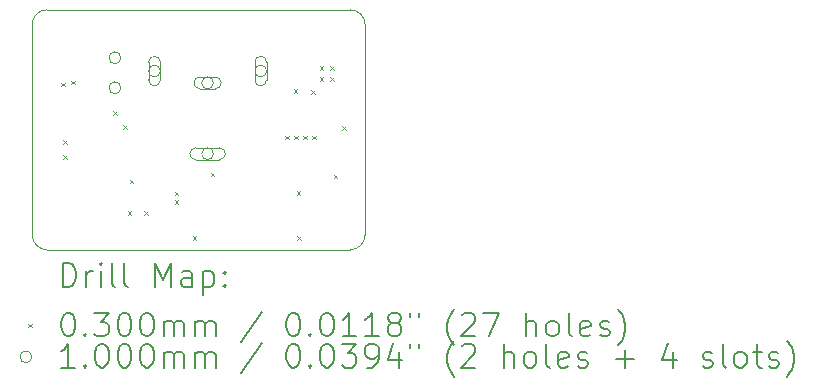
<source format=gbr>
%TF.GenerationSoftware,KiCad,Pcbnew,8.0.4*%
%TF.CreationDate,2024-09-07T16:21:25-07:00*%
%TF.ProjectId,upiez,75706965-7a2e-46b6-9963-61645f706362,rev?*%
%TF.SameCoordinates,Original*%
%TF.FileFunction,Drillmap*%
%TF.FilePolarity,Positive*%
%FSLAX45Y45*%
G04 Gerber Fmt 4.5, Leading zero omitted, Abs format (unit mm)*
G04 Created by KiCad (PCBNEW 8.0.4) date 2024-09-07 16:21:25*
%MOMM*%
%LPD*%
G01*
G04 APERTURE LIST*
%ADD10C,0.050000*%
%ADD11C,0.200000*%
%ADD12C,0.100000*%
G04 APERTURE END LIST*
D10*
X5359400Y-4445000D02*
G75*
G02*
X5232400Y-4572000I-127000J0D01*
G01*
X2540000Y-2971800D02*
X2540000Y-2667000D01*
X5232400Y-2540000D02*
G75*
G02*
X5359400Y-2667000I0J-127000D01*
G01*
X2540000Y-4445000D02*
X2540000Y-2971800D01*
X2667000Y-4572000D02*
G75*
G02*
X2540000Y-4445000I0J127000D01*
G01*
X2667000Y-2540000D02*
X5232400Y-2540000D01*
X2540000Y-2667000D02*
G75*
G02*
X2667000Y-2540000I127000J0D01*
G01*
X5359400Y-2667000D02*
X5359400Y-4445000D01*
X5232400Y-4572000D02*
X2667000Y-4572000D01*
D11*
D12*
X2786620Y-3157460D02*
X2816620Y-3187460D01*
X2816620Y-3157460D02*
X2786620Y-3187460D01*
X2804400Y-3642600D02*
X2834400Y-3672600D01*
X2834400Y-3642600D02*
X2804400Y-3672600D01*
X2804400Y-3769600D02*
X2834400Y-3799600D01*
X2834400Y-3769600D02*
X2804400Y-3799600D01*
X2872430Y-3142770D02*
X2902430Y-3172770D01*
X2902430Y-3142770D02*
X2872430Y-3172770D01*
X3226040Y-3401300D02*
X3256040Y-3431300D01*
X3256040Y-3401300D02*
X3226040Y-3431300D01*
X3312400Y-3515600D02*
X3342400Y-3545600D01*
X3342400Y-3515600D02*
X3312400Y-3545600D01*
X3350500Y-4247120D02*
X3380500Y-4277120D01*
X3380500Y-4247120D02*
X3350500Y-4277120D01*
X3365740Y-3980420D02*
X3395740Y-4010420D01*
X3395740Y-3980420D02*
X3365740Y-4010420D01*
X3490200Y-4243780D02*
X3520200Y-4273780D01*
X3520200Y-4243780D02*
X3490200Y-4273780D01*
X3749280Y-4079480D02*
X3779280Y-4109480D01*
X3779280Y-4079480D02*
X3749280Y-4109480D01*
X3749280Y-4153140D02*
X3779280Y-4183140D01*
X3779280Y-4153140D02*
X3749280Y-4183140D01*
X3901680Y-4455400D02*
X3931680Y-4485400D01*
X3931680Y-4455400D02*
X3901680Y-4485400D01*
X4051540Y-3919460D02*
X4081540Y-3949460D01*
X4081540Y-3919460D02*
X4051540Y-3949460D01*
X4684000Y-3606020D02*
X4714000Y-3636020D01*
X4714000Y-3606020D02*
X4684000Y-3636020D01*
X4754860Y-3212320D02*
X4784860Y-3242320D01*
X4784860Y-3212320D02*
X4754860Y-3242320D01*
X4760200Y-3606020D02*
X4790200Y-3636020D01*
X4790200Y-3606020D02*
X4760200Y-3636020D01*
X4780520Y-4076940D02*
X4810520Y-4106940D01*
X4810520Y-4076940D02*
X4780520Y-4106940D01*
X4785600Y-4455400D02*
X4815600Y-4485400D01*
X4815600Y-4455400D02*
X4785600Y-4485400D01*
X4836400Y-3606020D02*
X4866400Y-3636020D01*
X4866400Y-3606020D02*
X4836400Y-3636020D01*
X4902440Y-3220960D02*
X4932440Y-3250960D01*
X4932440Y-3220960D02*
X4902440Y-3250960D01*
X4912600Y-3606020D02*
X4942600Y-3636020D01*
X4942600Y-3606020D02*
X4912600Y-3636020D01*
X4976100Y-3020300D02*
X5006100Y-3050300D01*
X5006100Y-3020300D02*
X4976100Y-3050300D01*
X4976100Y-3109200D02*
X5006100Y-3139200D01*
X5006100Y-3109200D02*
X4976100Y-3139200D01*
X5065000Y-3020300D02*
X5095000Y-3050300D01*
X5095000Y-3020300D02*
X5065000Y-3050300D01*
X5065000Y-3109200D02*
X5095000Y-3139200D01*
X5095000Y-3109200D02*
X5065000Y-3139200D01*
X5092940Y-3937240D02*
X5122940Y-3967240D01*
X5122940Y-3937240D02*
X5092940Y-3967240D01*
X5164060Y-3528300D02*
X5194060Y-3558300D01*
X5194060Y-3528300D02*
X5164060Y-3558300D01*
X3291040Y-2946400D02*
G75*
G02*
X3191040Y-2946400I-50000J0D01*
G01*
X3191040Y-2946400D02*
G75*
G02*
X3291040Y-2946400I50000J0D01*
G01*
X3291040Y-3200400D02*
G75*
G02*
X3191040Y-3200400I-50000J0D01*
G01*
X3191040Y-3200400D02*
G75*
G02*
X3291040Y-3200400I50000J0D01*
G01*
X3625900Y-3059200D02*
G75*
G02*
X3525900Y-3059200I-50000J0D01*
G01*
X3525900Y-3059200D02*
G75*
G02*
X3625900Y-3059200I50000J0D01*
G01*
X3625900Y-3134200D02*
X3625900Y-2984200D01*
X3525900Y-2984200D02*
G75*
G02*
X3625900Y-2984200I50000J0D01*
G01*
X3525900Y-2984200D02*
X3525900Y-3134200D01*
X3525900Y-3134200D02*
G75*
G03*
X3625900Y-3134200I50000J0D01*
G01*
X4075900Y-3159200D02*
G75*
G02*
X3975900Y-3159200I-50000J0D01*
G01*
X3975900Y-3159200D02*
G75*
G02*
X4075900Y-3159200I50000J0D01*
G01*
X4090900Y-3109200D02*
X3960900Y-3109200D01*
X3960900Y-3209200D02*
G75*
G02*
X3960900Y-3109200I0J50000D01*
G01*
X3960900Y-3209200D02*
X4090900Y-3209200D01*
X4090900Y-3209200D02*
G75*
G03*
X4090900Y-3109200I0J50000D01*
G01*
X4075900Y-3759200D02*
G75*
G02*
X3975900Y-3759200I-50000J0D01*
G01*
X3975900Y-3759200D02*
G75*
G02*
X4075900Y-3759200I50000J0D01*
G01*
X4125900Y-3709200D02*
X3925900Y-3709200D01*
X3925900Y-3809200D02*
G75*
G02*
X3925900Y-3709200I0J50000D01*
G01*
X3925900Y-3809200D02*
X4125900Y-3809200D01*
X4125900Y-3809200D02*
G75*
G03*
X4125900Y-3709200I0J50000D01*
G01*
X4525900Y-3059200D02*
G75*
G02*
X4425900Y-3059200I-50000J0D01*
G01*
X4425900Y-3059200D02*
G75*
G02*
X4525900Y-3059200I50000J0D01*
G01*
X4525900Y-3134200D02*
X4525900Y-2984200D01*
X4425900Y-2984200D02*
G75*
G02*
X4525900Y-2984200I50000J0D01*
G01*
X4425900Y-2984200D02*
X4425900Y-3134200D01*
X4425900Y-3134200D02*
G75*
G03*
X4525900Y-3134200I50000J0D01*
G01*
D11*
X2798277Y-4885984D02*
X2798277Y-4685984D01*
X2798277Y-4685984D02*
X2845896Y-4685984D01*
X2845896Y-4685984D02*
X2874467Y-4695508D01*
X2874467Y-4695508D02*
X2893515Y-4714555D01*
X2893515Y-4714555D02*
X2903039Y-4733603D01*
X2903039Y-4733603D02*
X2912562Y-4771698D01*
X2912562Y-4771698D02*
X2912562Y-4800270D01*
X2912562Y-4800270D02*
X2903039Y-4838365D01*
X2903039Y-4838365D02*
X2893515Y-4857412D01*
X2893515Y-4857412D02*
X2874467Y-4876460D01*
X2874467Y-4876460D02*
X2845896Y-4885984D01*
X2845896Y-4885984D02*
X2798277Y-4885984D01*
X2998277Y-4885984D02*
X2998277Y-4752650D01*
X2998277Y-4790746D02*
X3007801Y-4771698D01*
X3007801Y-4771698D02*
X3017324Y-4762174D01*
X3017324Y-4762174D02*
X3036372Y-4752650D01*
X3036372Y-4752650D02*
X3055420Y-4752650D01*
X3122086Y-4885984D02*
X3122086Y-4752650D01*
X3122086Y-4685984D02*
X3112562Y-4695508D01*
X3112562Y-4695508D02*
X3122086Y-4705031D01*
X3122086Y-4705031D02*
X3131610Y-4695508D01*
X3131610Y-4695508D02*
X3122086Y-4685984D01*
X3122086Y-4685984D02*
X3122086Y-4705031D01*
X3245896Y-4885984D02*
X3226848Y-4876460D01*
X3226848Y-4876460D02*
X3217324Y-4857412D01*
X3217324Y-4857412D02*
X3217324Y-4685984D01*
X3350658Y-4885984D02*
X3331610Y-4876460D01*
X3331610Y-4876460D02*
X3322086Y-4857412D01*
X3322086Y-4857412D02*
X3322086Y-4685984D01*
X3579229Y-4885984D02*
X3579229Y-4685984D01*
X3579229Y-4685984D02*
X3645896Y-4828841D01*
X3645896Y-4828841D02*
X3712562Y-4685984D01*
X3712562Y-4685984D02*
X3712562Y-4885984D01*
X3893515Y-4885984D02*
X3893515Y-4781222D01*
X3893515Y-4781222D02*
X3883991Y-4762174D01*
X3883991Y-4762174D02*
X3864943Y-4752650D01*
X3864943Y-4752650D02*
X3826848Y-4752650D01*
X3826848Y-4752650D02*
X3807801Y-4762174D01*
X3893515Y-4876460D02*
X3874467Y-4885984D01*
X3874467Y-4885984D02*
X3826848Y-4885984D01*
X3826848Y-4885984D02*
X3807801Y-4876460D01*
X3807801Y-4876460D02*
X3798277Y-4857412D01*
X3798277Y-4857412D02*
X3798277Y-4838365D01*
X3798277Y-4838365D02*
X3807801Y-4819317D01*
X3807801Y-4819317D02*
X3826848Y-4809793D01*
X3826848Y-4809793D02*
X3874467Y-4809793D01*
X3874467Y-4809793D02*
X3893515Y-4800270D01*
X3988753Y-4752650D02*
X3988753Y-4952650D01*
X3988753Y-4762174D02*
X4007801Y-4752650D01*
X4007801Y-4752650D02*
X4045896Y-4752650D01*
X4045896Y-4752650D02*
X4064943Y-4762174D01*
X4064943Y-4762174D02*
X4074467Y-4771698D01*
X4074467Y-4771698D02*
X4083991Y-4790746D01*
X4083991Y-4790746D02*
X4083991Y-4847889D01*
X4083991Y-4847889D02*
X4074467Y-4866936D01*
X4074467Y-4866936D02*
X4064943Y-4876460D01*
X4064943Y-4876460D02*
X4045896Y-4885984D01*
X4045896Y-4885984D02*
X4007801Y-4885984D01*
X4007801Y-4885984D02*
X3988753Y-4876460D01*
X4169705Y-4866936D02*
X4179229Y-4876460D01*
X4179229Y-4876460D02*
X4169705Y-4885984D01*
X4169705Y-4885984D02*
X4160182Y-4876460D01*
X4160182Y-4876460D02*
X4169705Y-4866936D01*
X4169705Y-4866936D02*
X4169705Y-4885984D01*
X4169705Y-4762174D02*
X4179229Y-4771698D01*
X4179229Y-4771698D02*
X4169705Y-4781222D01*
X4169705Y-4781222D02*
X4160182Y-4771698D01*
X4160182Y-4771698D02*
X4169705Y-4762174D01*
X4169705Y-4762174D02*
X4169705Y-4781222D01*
D12*
X2507500Y-5199500D02*
X2537500Y-5229500D01*
X2537500Y-5199500D02*
X2507500Y-5229500D01*
D11*
X2836372Y-5105984D02*
X2855420Y-5105984D01*
X2855420Y-5105984D02*
X2874467Y-5115508D01*
X2874467Y-5115508D02*
X2883991Y-5125031D01*
X2883991Y-5125031D02*
X2893515Y-5144079D01*
X2893515Y-5144079D02*
X2903039Y-5182174D01*
X2903039Y-5182174D02*
X2903039Y-5229793D01*
X2903039Y-5229793D02*
X2893515Y-5267889D01*
X2893515Y-5267889D02*
X2883991Y-5286936D01*
X2883991Y-5286936D02*
X2874467Y-5296460D01*
X2874467Y-5296460D02*
X2855420Y-5305984D01*
X2855420Y-5305984D02*
X2836372Y-5305984D01*
X2836372Y-5305984D02*
X2817324Y-5296460D01*
X2817324Y-5296460D02*
X2807801Y-5286936D01*
X2807801Y-5286936D02*
X2798277Y-5267889D01*
X2798277Y-5267889D02*
X2788753Y-5229793D01*
X2788753Y-5229793D02*
X2788753Y-5182174D01*
X2788753Y-5182174D02*
X2798277Y-5144079D01*
X2798277Y-5144079D02*
X2807801Y-5125031D01*
X2807801Y-5125031D02*
X2817324Y-5115508D01*
X2817324Y-5115508D02*
X2836372Y-5105984D01*
X2988753Y-5286936D02*
X2998277Y-5296460D01*
X2998277Y-5296460D02*
X2988753Y-5305984D01*
X2988753Y-5305984D02*
X2979229Y-5296460D01*
X2979229Y-5296460D02*
X2988753Y-5286936D01*
X2988753Y-5286936D02*
X2988753Y-5305984D01*
X3064943Y-5105984D02*
X3188753Y-5105984D01*
X3188753Y-5105984D02*
X3122086Y-5182174D01*
X3122086Y-5182174D02*
X3150658Y-5182174D01*
X3150658Y-5182174D02*
X3169705Y-5191698D01*
X3169705Y-5191698D02*
X3179229Y-5201222D01*
X3179229Y-5201222D02*
X3188753Y-5220270D01*
X3188753Y-5220270D02*
X3188753Y-5267889D01*
X3188753Y-5267889D02*
X3179229Y-5286936D01*
X3179229Y-5286936D02*
X3169705Y-5296460D01*
X3169705Y-5296460D02*
X3150658Y-5305984D01*
X3150658Y-5305984D02*
X3093515Y-5305984D01*
X3093515Y-5305984D02*
X3074467Y-5296460D01*
X3074467Y-5296460D02*
X3064943Y-5286936D01*
X3312562Y-5105984D02*
X3331610Y-5105984D01*
X3331610Y-5105984D02*
X3350658Y-5115508D01*
X3350658Y-5115508D02*
X3360182Y-5125031D01*
X3360182Y-5125031D02*
X3369705Y-5144079D01*
X3369705Y-5144079D02*
X3379229Y-5182174D01*
X3379229Y-5182174D02*
X3379229Y-5229793D01*
X3379229Y-5229793D02*
X3369705Y-5267889D01*
X3369705Y-5267889D02*
X3360182Y-5286936D01*
X3360182Y-5286936D02*
X3350658Y-5296460D01*
X3350658Y-5296460D02*
X3331610Y-5305984D01*
X3331610Y-5305984D02*
X3312562Y-5305984D01*
X3312562Y-5305984D02*
X3293515Y-5296460D01*
X3293515Y-5296460D02*
X3283991Y-5286936D01*
X3283991Y-5286936D02*
X3274467Y-5267889D01*
X3274467Y-5267889D02*
X3264943Y-5229793D01*
X3264943Y-5229793D02*
X3264943Y-5182174D01*
X3264943Y-5182174D02*
X3274467Y-5144079D01*
X3274467Y-5144079D02*
X3283991Y-5125031D01*
X3283991Y-5125031D02*
X3293515Y-5115508D01*
X3293515Y-5115508D02*
X3312562Y-5105984D01*
X3503039Y-5105984D02*
X3522086Y-5105984D01*
X3522086Y-5105984D02*
X3541134Y-5115508D01*
X3541134Y-5115508D02*
X3550658Y-5125031D01*
X3550658Y-5125031D02*
X3560182Y-5144079D01*
X3560182Y-5144079D02*
X3569705Y-5182174D01*
X3569705Y-5182174D02*
X3569705Y-5229793D01*
X3569705Y-5229793D02*
X3560182Y-5267889D01*
X3560182Y-5267889D02*
X3550658Y-5286936D01*
X3550658Y-5286936D02*
X3541134Y-5296460D01*
X3541134Y-5296460D02*
X3522086Y-5305984D01*
X3522086Y-5305984D02*
X3503039Y-5305984D01*
X3503039Y-5305984D02*
X3483991Y-5296460D01*
X3483991Y-5296460D02*
X3474467Y-5286936D01*
X3474467Y-5286936D02*
X3464943Y-5267889D01*
X3464943Y-5267889D02*
X3455420Y-5229793D01*
X3455420Y-5229793D02*
X3455420Y-5182174D01*
X3455420Y-5182174D02*
X3464943Y-5144079D01*
X3464943Y-5144079D02*
X3474467Y-5125031D01*
X3474467Y-5125031D02*
X3483991Y-5115508D01*
X3483991Y-5115508D02*
X3503039Y-5105984D01*
X3655420Y-5305984D02*
X3655420Y-5172650D01*
X3655420Y-5191698D02*
X3664943Y-5182174D01*
X3664943Y-5182174D02*
X3683991Y-5172650D01*
X3683991Y-5172650D02*
X3712563Y-5172650D01*
X3712563Y-5172650D02*
X3731610Y-5182174D01*
X3731610Y-5182174D02*
X3741134Y-5201222D01*
X3741134Y-5201222D02*
X3741134Y-5305984D01*
X3741134Y-5201222D02*
X3750658Y-5182174D01*
X3750658Y-5182174D02*
X3769705Y-5172650D01*
X3769705Y-5172650D02*
X3798277Y-5172650D01*
X3798277Y-5172650D02*
X3817324Y-5182174D01*
X3817324Y-5182174D02*
X3826848Y-5201222D01*
X3826848Y-5201222D02*
X3826848Y-5305984D01*
X3922086Y-5305984D02*
X3922086Y-5172650D01*
X3922086Y-5191698D02*
X3931610Y-5182174D01*
X3931610Y-5182174D02*
X3950658Y-5172650D01*
X3950658Y-5172650D02*
X3979229Y-5172650D01*
X3979229Y-5172650D02*
X3998277Y-5182174D01*
X3998277Y-5182174D02*
X4007801Y-5201222D01*
X4007801Y-5201222D02*
X4007801Y-5305984D01*
X4007801Y-5201222D02*
X4017324Y-5182174D01*
X4017324Y-5182174D02*
X4036372Y-5172650D01*
X4036372Y-5172650D02*
X4064943Y-5172650D01*
X4064943Y-5172650D02*
X4083991Y-5182174D01*
X4083991Y-5182174D02*
X4093515Y-5201222D01*
X4093515Y-5201222D02*
X4093515Y-5305984D01*
X4483991Y-5096460D02*
X4312563Y-5353603D01*
X4741134Y-5105984D02*
X4760182Y-5105984D01*
X4760182Y-5105984D02*
X4779229Y-5115508D01*
X4779229Y-5115508D02*
X4788753Y-5125031D01*
X4788753Y-5125031D02*
X4798277Y-5144079D01*
X4798277Y-5144079D02*
X4807801Y-5182174D01*
X4807801Y-5182174D02*
X4807801Y-5229793D01*
X4807801Y-5229793D02*
X4798277Y-5267889D01*
X4798277Y-5267889D02*
X4788753Y-5286936D01*
X4788753Y-5286936D02*
X4779229Y-5296460D01*
X4779229Y-5296460D02*
X4760182Y-5305984D01*
X4760182Y-5305984D02*
X4741134Y-5305984D01*
X4741134Y-5305984D02*
X4722087Y-5296460D01*
X4722087Y-5296460D02*
X4712563Y-5286936D01*
X4712563Y-5286936D02*
X4703039Y-5267889D01*
X4703039Y-5267889D02*
X4693515Y-5229793D01*
X4693515Y-5229793D02*
X4693515Y-5182174D01*
X4693515Y-5182174D02*
X4703039Y-5144079D01*
X4703039Y-5144079D02*
X4712563Y-5125031D01*
X4712563Y-5125031D02*
X4722087Y-5115508D01*
X4722087Y-5115508D02*
X4741134Y-5105984D01*
X4893515Y-5286936D02*
X4903039Y-5296460D01*
X4903039Y-5296460D02*
X4893515Y-5305984D01*
X4893515Y-5305984D02*
X4883991Y-5296460D01*
X4883991Y-5296460D02*
X4893515Y-5286936D01*
X4893515Y-5286936D02*
X4893515Y-5305984D01*
X5026848Y-5105984D02*
X5045896Y-5105984D01*
X5045896Y-5105984D02*
X5064944Y-5115508D01*
X5064944Y-5115508D02*
X5074468Y-5125031D01*
X5074468Y-5125031D02*
X5083991Y-5144079D01*
X5083991Y-5144079D02*
X5093515Y-5182174D01*
X5093515Y-5182174D02*
X5093515Y-5229793D01*
X5093515Y-5229793D02*
X5083991Y-5267889D01*
X5083991Y-5267889D02*
X5074468Y-5286936D01*
X5074468Y-5286936D02*
X5064944Y-5296460D01*
X5064944Y-5296460D02*
X5045896Y-5305984D01*
X5045896Y-5305984D02*
X5026848Y-5305984D01*
X5026848Y-5305984D02*
X5007801Y-5296460D01*
X5007801Y-5296460D02*
X4998277Y-5286936D01*
X4998277Y-5286936D02*
X4988753Y-5267889D01*
X4988753Y-5267889D02*
X4979229Y-5229793D01*
X4979229Y-5229793D02*
X4979229Y-5182174D01*
X4979229Y-5182174D02*
X4988753Y-5144079D01*
X4988753Y-5144079D02*
X4998277Y-5125031D01*
X4998277Y-5125031D02*
X5007801Y-5115508D01*
X5007801Y-5115508D02*
X5026848Y-5105984D01*
X5283991Y-5305984D02*
X5169706Y-5305984D01*
X5226848Y-5305984D02*
X5226848Y-5105984D01*
X5226848Y-5105984D02*
X5207801Y-5134555D01*
X5207801Y-5134555D02*
X5188753Y-5153603D01*
X5188753Y-5153603D02*
X5169706Y-5163127D01*
X5474468Y-5305984D02*
X5360182Y-5305984D01*
X5417325Y-5305984D02*
X5417325Y-5105984D01*
X5417325Y-5105984D02*
X5398277Y-5134555D01*
X5398277Y-5134555D02*
X5379229Y-5153603D01*
X5379229Y-5153603D02*
X5360182Y-5163127D01*
X5588753Y-5191698D02*
X5569706Y-5182174D01*
X5569706Y-5182174D02*
X5560182Y-5172650D01*
X5560182Y-5172650D02*
X5550658Y-5153603D01*
X5550658Y-5153603D02*
X5550658Y-5144079D01*
X5550658Y-5144079D02*
X5560182Y-5125031D01*
X5560182Y-5125031D02*
X5569706Y-5115508D01*
X5569706Y-5115508D02*
X5588753Y-5105984D01*
X5588753Y-5105984D02*
X5626848Y-5105984D01*
X5626848Y-5105984D02*
X5645896Y-5115508D01*
X5645896Y-5115508D02*
X5655420Y-5125031D01*
X5655420Y-5125031D02*
X5664944Y-5144079D01*
X5664944Y-5144079D02*
X5664944Y-5153603D01*
X5664944Y-5153603D02*
X5655420Y-5172650D01*
X5655420Y-5172650D02*
X5645896Y-5182174D01*
X5645896Y-5182174D02*
X5626848Y-5191698D01*
X5626848Y-5191698D02*
X5588753Y-5191698D01*
X5588753Y-5191698D02*
X5569706Y-5201222D01*
X5569706Y-5201222D02*
X5560182Y-5210746D01*
X5560182Y-5210746D02*
X5550658Y-5229793D01*
X5550658Y-5229793D02*
X5550658Y-5267889D01*
X5550658Y-5267889D02*
X5560182Y-5286936D01*
X5560182Y-5286936D02*
X5569706Y-5296460D01*
X5569706Y-5296460D02*
X5588753Y-5305984D01*
X5588753Y-5305984D02*
X5626848Y-5305984D01*
X5626848Y-5305984D02*
X5645896Y-5296460D01*
X5645896Y-5296460D02*
X5655420Y-5286936D01*
X5655420Y-5286936D02*
X5664944Y-5267889D01*
X5664944Y-5267889D02*
X5664944Y-5229793D01*
X5664944Y-5229793D02*
X5655420Y-5210746D01*
X5655420Y-5210746D02*
X5645896Y-5201222D01*
X5645896Y-5201222D02*
X5626848Y-5191698D01*
X5741134Y-5105984D02*
X5741134Y-5144079D01*
X5817325Y-5105984D02*
X5817325Y-5144079D01*
X6112563Y-5382174D02*
X6103039Y-5372650D01*
X6103039Y-5372650D02*
X6083991Y-5344079D01*
X6083991Y-5344079D02*
X6074468Y-5325031D01*
X6074468Y-5325031D02*
X6064944Y-5296460D01*
X6064944Y-5296460D02*
X6055420Y-5248841D01*
X6055420Y-5248841D02*
X6055420Y-5210746D01*
X6055420Y-5210746D02*
X6064944Y-5163127D01*
X6064944Y-5163127D02*
X6074468Y-5134555D01*
X6074468Y-5134555D02*
X6083991Y-5115508D01*
X6083991Y-5115508D02*
X6103039Y-5086936D01*
X6103039Y-5086936D02*
X6112563Y-5077412D01*
X6179229Y-5125031D02*
X6188753Y-5115508D01*
X6188753Y-5115508D02*
X6207801Y-5105984D01*
X6207801Y-5105984D02*
X6255420Y-5105984D01*
X6255420Y-5105984D02*
X6274468Y-5115508D01*
X6274468Y-5115508D02*
X6283991Y-5125031D01*
X6283991Y-5125031D02*
X6293515Y-5144079D01*
X6293515Y-5144079D02*
X6293515Y-5163127D01*
X6293515Y-5163127D02*
X6283991Y-5191698D01*
X6283991Y-5191698D02*
X6169706Y-5305984D01*
X6169706Y-5305984D02*
X6293515Y-5305984D01*
X6360182Y-5105984D02*
X6493515Y-5105984D01*
X6493515Y-5105984D02*
X6407801Y-5305984D01*
X6722087Y-5305984D02*
X6722087Y-5105984D01*
X6807801Y-5305984D02*
X6807801Y-5201222D01*
X6807801Y-5201222D02*
X6798277Y-5182174D01*
X6798277Y-5182174D02*
X6779230Y-5172650D01*
X6779230Y-5172650D02*
X6750658Y-5172650D01*
X6750658Y-5172650D02*
X6731610Y-5182174D01*
X6731610Y-5182174D02*
X6722087Y-5191698D01*
X6931610Y-5305984D02*
X6912563Y-5296460D01*
X6912563Y-5296460D02*
X6903039Y-5286936D01*
X6903039Y-5286936D02*
X6893515Y-5267889D01*
X6893515Y-5267889D02*
X6893515Y-5210746D01*
X6893515Y-5210746D02*
X6903039Y-5191698D01*
X6903039Y-5191698D02*
X6912563Y-5182174D01*
X6912563Y-5182174D02*
X6931610Y-5172650D01*
X6931610Y-5172650D02*
X6960182Y-5172650D01*
X6960182Y-5172650D02*
X6979230Y-5182174D01*
X6979230Y-5182174D02*
X6988753Y-5191698D01*
X6988753Y-5191698D02*
X6998277Y-5210746D01*
X6998277Y-5210746D02*
X6998277Y-5267889D01*
X6998277Y-5267889D02*
X6988753Y-5286936D01*
X6988753Y-5286936D02*
X6979230Y-5296460D01*
X6979230Y-5296460D02*
X6960182Y-5305984D01*
X6960182Y-5305984D02*
X6931610Y-5305984D01*
X7112563Y-5305984D02*
X7093515Y-5296460D01*
X7093515Y-5296460D02*
X7083991Y-5277412D01*
X7083991Y-5277412D02*
X7083991Y-5105984D01*
X7264944Y-5296460D02*
X7245896Y-5305984D01*
X7245896Y-5305984D02*
X7207801Y-5305984D01*
X7207801Y-5305984D02*
X7188753Y-5296460D01*
X7188753Y-5296460D02*
X7179230Y-5277412D01*
X7179230Y-5277412D02*
X7179230Y-5201222D01*
X7179230Y-5201222D02*
X7188753Y-5182174D01*
X7188753Y-5182174D02*
X7207801Y-5172650D01*
X7207801Y-5172650D02*
X7245896Y-5172650D01*
X7245896Y-5172650D02*
X7264944Y-5182174D01*
X7264944Y-5182174D02*
X7274468Y-5201222D01*
X7274468Y-5201222D02*
X7274468Y-5220270D01*
X7274468Y-5220270D02*
X7179230Y-5239317D01*
X7350658Y-5296460D02*
X7369706Y-5305984D01*
X7369706Y-5305984D02*
X7407801Y-5305984D01*
X7407801Y-5305984D02*
X7426849Y-5296460D01*
X7426849Y-5296460D02*
X7436372Y-5277412D01*
X7436372Y-5277412D02*
X7436372Y-5267889D01*
X7436372Y-5267889D02*
X7426849Y-5248841D01*
X7426849Y-5248841D02*
X7407801Y-5239317D01*
X7407801Y-5239317D02*
X7379230Y-5239317D01*
X7379230Y-5239317D02*
X7360182Y-5229793D01*
X7360182Y-5229793D02*
X7350658Y-5210746D01*
X7350658Y-5210746D02*
X7350658Y-5201222D01*
X7350658Y-5201222D02*
X7360182Y-5182174D01*
X7360182Y-5182174D02*
X7379230Y-5172650D01*
X7379230Y-5172650D02*
X7407801Y-5172650D01*
X7407801Y-5172650D02*
X7426849Y-5182174D01*
X7503039Y-5382174D02*
X7512563Y-5372650D01*
X7512563Y-5372650D02*
X7531611Y-5344079D01*
X7531611Y-5344079D02*
X7541134Y-5325031D01*
X7541134Y-5325031D02*
X7550658Y-5296460D01*
X7550658Y-5296460D02*
X7560182Y-5248841D01*
X7560182Y-5248841D02*
X7560182Y-5210746D01*
X7560182Y-5210746D02*
X7550658Y-5163127D01*
X7550658Y-5163127D02*
X7541134Y-5134555D01*
X7541134Y-5134555D02*
X7531611Y-5115508D01*
X7531611Y-5115508D02*
X7512563Y-5086936D01*
X7512563Y-5086936D02*
X7503039Y-5077412D01*
D12*
X2537500Y-5478500D02*
G75*
G02*
X2437500Y-5478500I-50000J0D01*
G01*
X2437500Y-5478500D02*
G75*
G02*
X2537500Y-5478500I50000J0D01*
G01*
D11*
X2903039Y-5569984D02*
X2788753Y-5569984D01*
X2845896Y-5569984D02*
X2845896Y-5369984D01*
X2845896Y-5369984D02*
X2826848Y-5398555D01*
X2826848Y-5398555D02*
X2807801Y-5417603D01*
X2807801Y-5417603D02*
X2788753Y-5427127D01*
X2988753Y-5550936D02*
X2998277Y-5560460D01*
X2998277Y-5560460D02*
X2988753Y-5569984D01*
X2988753Y-5569984D02*
X2979229Y-5560460D01*
X2979229Y-5560460D02*
X2988753Y-5550936D01*
X2988753Y-5550936D02*
X2988753Y-5569984D01*
X3122086Y-5369984D02*
X3141134Y-5369984D01*
X3141134Y-5369984D02*
X3160182Y-5379508D01*
X3160182Y-5379508D02*
X3169705Y-5389031D01*
X3169705Y-5389031D02*
X3179229Y-5408079D01*
X3179229Y-5408079D02*
X3188753Y-5446174D01*
X3188753Y-5446174D02*
X3188753Y-5493793D01*
X3188753Y-5493793D02*
X3179229Y-5531889D01*
X3179229Y-5531889D02*
X3169705Y-5550936D01*
X3169705Y-5550936D02*
X3160182Y-5560460D01*
X3160182Y-5560460D02*
X3141134Y-5569984D01*
X3141134Y-5569984D02*
X3122086Y-5569984D01*
X3122086Y-5569984D02*
X3103039Y-5560460D01*
X3103039Y-5560460D02*
X3093515Y-5550936D01*
X3093515Y-5550936D02*
X3083991Y-5531889D01*
X3083991Y-5531889D02*
X3074467Y-5493793D01*
X3074467Y-5493793D02*
X3074467Y-5446174D01*
X3074467Y-5446174D02*
X3083991Y-5408079D01*
X3083991Y-5408079D02*
X3093515Y-5389031D01*
X3093515Y-5389031D02*
X3103039Y-5379508D01*
X3103039Y-5379508D02*
X3122086Y-5369984D01*
X3312562Y-5369984D02*
X3331610Y-5369984D01*
X3331610Y-5369984D02*
X3350658Y-5379508D01*
X3350658Y-5379508D02*
X3360182Y-5389031D01*
X3360182Y-5389031D02*
X3369705Y-5408079D01*
X3369705Y-5408079D02*
X3379229Y-5446174D01*
X3379229Y-5446174D02*
X3379229Y-5493793D01*
X3379229Y-5493793D02*
X3369705Y-5531889D01*
X3369705Y-5531889D02*
X3360182Y-5550936D01*
X3360182Y-5550936D02*
X3350658Y-5560460D01*
X3350658Y-5560460D02*
X3331610Y-5569984D01*
X3331610Y-5569984D02*
X3312562Y-5569984D01*
X3312562Y-5569984D02*
X3293515Y-5560460D01*
X3293515Y-5560460D02*
X3283991Y-5550936D01*
X3283991Y-5550936D02*
X3274467Y-5531889D01*
X3274467Y-5531889D02*
X3264943Y-5493793D01*
X3264943Y-5493793D02*
X3264943Y-5446174D01*
X3264943Y-5446174D02*
X3274467Y-5408079D01*
X3274467Y-5408079D02*
X3283991Y-5389031D01*
X3283991Y-5389031D02*
X3293515Y-5379508D01*
X3293515Y-5379508D02*
X3312562Y-5369984D01*
X3503039Y-5369984D02*
X3522086Y-5369984D01*
X3522086Y-5369984D02*
X3541134Y-5379508D01*
X3541134Y-5379508D02*
X3550658Y-5389031D01*
X3550658Y-5389031D02*
X3560182Y-5408079D01*
X3560182Y-5408079D02*
X3569705Y-5446174D01*
X3569705Y-5446174D02*
X3569705Y-5493793D01*
X3569705Y-5493793D02*
X3560182Y-5531889D01*
X3560182Y-5531889D02*
X3550658Y-5550936D01*
X3550658Y-5550936D02*
X3541134Y-5560460D01*
X3541134Y-5560460D02*
X3522086Y-5569984D01*
X3522086Y-5569984D02*
X3503039Y-5569984D01*
X3503039Y-5569984D02*
X3483991Y-5560460D01*
X3483991Y-5560460D02*
X3474467Y-5550936D01*
X3474467Y-5550936D02*
X3464943Y-5531889D01*
X3464943Y-5531889D02*
X3455420Y-5493793D01*
X3455420Y-5493793D02*
X3455420Y-5446174D01*
X3455420Y-5446174D02*
X3464943Y-5408079D01*
X3464943Y-5408079D02*
X3474467Y-5389031D01*
X3474467Y-5389031D02*
X3483991Y-5379508D01*
X3483991Y-5379508D02*
X3503039Y-5369984D01*
X3655420Y-5569984D02*
X3655420Y-5436650D01*
X3655420Y-5455698D02*
X3664943Y-5446174D01*
X3664943Y-5446174D02*
X3683991Y-5436650D01*
X3683991Y-5436650D02*
X3712563Y-5436650D01*
X3712563Y-5436650D02*
X3731610Y-5446174D01*
X3731610Y-5446174D02*
X3741134Y-5465222D01*
X3741134Y-5465222D02*
X3741134Y-5569984D01*
X3741134Y-5465222D02*
X3750658Y-5446174D01*
X3750658Y-5446174D02*
X3769705Y-5436650D01*
X3769705Y-5436650D02*
X3798277Y-5436650D01*
X3798277Y-5436650D02*
X3817324Y-5446174D01*
X3817324Y-5446174D02*
X3826848Y-5465222D01*
X3826848Y-5465222D02*
X3826848Y-5569984D01*
X3922086Y-5569984D02*
X3922086Y-5436650D01*
X3922086Y-5455698D02*
X3931610Y-5446174D01*
X3931610Y-5446174D02*
X3950658Y-5436650D01*
X3950658Y-5436650D02*
X3979229Y-5436650D01*
X3979229Y-5436650D02*
X3998277Y-5446174D01*
X3998277Y-5446174D02*
X4007801Y-5465222D01*
X4007801Y-5465222D02*
X4007801Y-5569984D01*
X4007801Y-5465222D02*
X4017324Y-5446174D01*
X4017324Y-5446174D02*
X4036372Y-5436650D01*
X4036372Y-5436650D02*
X4064943Y-5436650D01*
X4064943Y-5436650D02*
X4083991Y-5446174D01*
X4083991Y-5446174D02*
X4093515Y-5465222D01*
X4093515Y-5465222D02*
X4093515Y-5569984D01*
X4483991Y-5360460D02*
X4312563Y-5617603D01*
X4741134Y-5369984D02*
X4760182Y-5369984D01*
X4760182Y-5369984D02*
X4779229Y-5379508D01*
X4779229Y-5379508D02*
X4788753Y-5389031D01*
X4788753Y-5389031D02*
X4798277Y-5408079D01*
X4798277Y-5408079D02*
X4807801Y-5446174D01*
X4807801Y-5446174D02*
X4807801Y-5493793D01*
X4807801Y-5493793D02*
X4798277Y-5531889D01*
X4798277Y-5531889D02*
X4788753Y-5550936D01*
X4788753Y-5550936D02*
X4779229Y-5560460D01*
X4779229Y-5560460D02*
X4760182Y-5569984D01*
X4760182Y-5569984D02*
X4741134Y-5569984D01*
X4741134Y-5569984D02*
X4722087Y-5560460D01*
X4722087Y-5560460D02*
X4712563Y-5550936D01*
X4712563Y-5550936D02*
X4703039Y-5531889D01*
X4703039Y-5531889D02*
X4693515Y-5493793D01*
X4693515Y-5493793D02*
X4693515Y-5446174D01*
X4693515Y-5446174D02*
X4703039Y-5408079D01*
X4703039Y-5408079D02*
X4712563Y-5389031D01*
X4712563Y-5389031D02*
X4722087Y-5379508D01*
X4722087Y-5379508D02*
X4741134Y-5369984D01*
X4893515Y-5550936D02*
X4903039Y-5560460D01*
X4903039Y-5560460D02*
X4893515Y-5569984D01*
X4893515Y-5569984D02*
X4883991Y-5560460D01*
X4883991Y-5560460D02*
X4893515Y-5550936D01*
X4893515Y-5550936D02*
X4893515Y-5569984D01*
X5026848Y-5369984D02*
X5045896Y-5369984D01*
X5045896Y-5369984D02*
X5064944Y-5379508D01*
X5064944Y-5379508D02*
X5074468Y-5389031D01*
X5074468Y-5389031D02*
X5083991Y-5408079D01*
X5083991Y-5408079D02*
X5093515Y-5446174D01*
X5093515Y-5446174D02*
X5093515Y-5493793D01*
X5093515Y-5493793D02*
X5083991Y-5531889D01*
X5083991Y-5531889D02*
X5074468Y-5550936D01*
X5074468Y-5550936D02*
X5064944Y-5560460D01*
X5064944Y-5560460D02*
X5045896Y-5569984D01*
X5045896Y-5569984D02*
X5026848Y-5569984D01*
X5026848Y-5569984D02*
X5007801Y-5560460D01*
X5007801Y-5560460D02*
X4998277Y-5550936D01*
X4998277Y-5550936D02*
X4988753Y-5531889D01*
X4988753Y-5531889D02*
X4979229Y-5493793D01*
X4979229Y-5493793D02*
X4979229Y-5446174D01*
X4979229Y-5446174D02*
X4988753Y-5408079D01*
X4988753Y-5408079D02*
X4998277Y-5389031D01*
X4998277Y-5389031D02*
X5007801Y-5379508D01*
X5007801Y-5379508D02*
X5026848Y-5369984D01*
X5160182Y-5369984D02*
X5283991Y-5369984D01*
X5283991Y-5369984D02*
X5217325Y-5446174D01*
X5217325Y-5446174D02*
X5245896Y-5446174D01*
X5245896Y-5446174D02*
X5264944Y-5455698D01*
X5264944Y-5455698D02*
X5274468Y-5465222D01*
X5274468Y-5465222D02*
X5283991Y-5484270D01*
X5283991Y-5484270D02*
X5283991Y-5531889D01*
X5283991Y-5531889D02*
X5274468Y-5550936D01*
X5274468Y-5550936D02*
X5264944Y-5560460D01*
X5264944Y-5560460D02*
X5245896Y-5569984D01*
X5245896Y-5569984D02*
X5188753Y-5569984D01*
X5188753Y-5569984D02*
X5169706Y-5560460D01*
X5169706Y-5560460D02*
X5160182Y-5550936D01*
X5379229Y-5569984D02*
X5417325Y-5569984D01*
X5417325Y-5569984D02*
X5436372Y-5560460D01*
X5436372Y-5560460D02*
X5445896Y-5550936D01*
X5445896Y-5550936D02*
X5464944Y-5522365D01*
X5464944Y-5522365D02*
X5474468Y-5484270D01*
X5474468Y-5484270D02*
X5474468Y-5408079D01*
X5474468Y-5408079D02*
X5464944Y-5389031D01*
X5464944Y-5389031D02*
X5455420Y-5379508D01*
X5455420Y-5379508D02*
X5436372Y-5369984D01*
X5436372Y-5369984D02*
X5398277Y-5369984D01*
X5398277Y-5369984D02*
X5379229Y-5379508D01*
X5379229Y-5379508D02*
X5369706Y-5389031D01*
X5369706Y-5389031D02*
X5360182Y-5408079D01*
X5360182Y-5408079D02*
X5360182Y-5455698D01*
X5360182Y-5455698D02*
X5369706Y-5474746D01*
X5369706Y-5474746D02*
X5379229Y-5484270D01*
X5379229Y-5484270D02*
X5398277Y-5493793D01*
X5398277Y-5493793D02*
X5436372Y-5493793D01*
X5436372Y-5493793D02*
X5455420Y-5484270D01*
X5455420Y-5484270D02*
X5464944Y-5474746D01*
X5464944Y-5474746D02*
X5474468Y-5455698D01*
X5645896Y-5436650D02*
X5645896Y-5569984D01*
X5598277Y-5360460D02*
X5550658Y-5503317D01*
X5550658Y-5503317D02*
X5674467Y-5503317D01*
X5741134Y-5369984D02*
X5741134Y-5408079D01*
X5817325Y-5369984D02*
X5817325Y-5408079D01*
X6112563Y-5646174D02*
X6103039Y-5636650D01*
X6103039Y-5636650D02*
X6083991Y-5608079D01*
X6083991Y-5608079D02*
X6074468Y-5589031D01*
X6074468Y-5589031D02*
X6064944Y-5560460D01*
X6064944Y-5560460D02*
X6055420Y-5512841D01*
X6055420Y-5512841D02*
X6055420Y-5474746D01*
X6055420Y-5474746D02*
X6064944Y-5427127D01*
X6064944Y-5427127D02*
X6074468Y-5398555D01*
X6074468Y-5398555D02*
X6083991Y-5379508D01*
X6083991Y-5379508D02*
X6103039Y-5350936D01*
X6103039Y-5350936D02*
X6112563Y-5341412D01*
X6179229Y-5389031D02*
X6188753Y-5379508D01*
X6188753Y-5379508D02*
X6207801Y-5369984D01*
X6207801Y-5369984D02*
X6255420Y-5369984D01*
X6255420Y-5369984D02*
X6274468Y-5379508D01*
X6274468Y-5379508D02*
X6283991Y-5389031D01*
X6283991Y-5389031D02*
X6293515Y-5408079D01*
X6293515Y-5408079D02*
X6293515Y-5427127D01*
X6293515Y-5427127D02*
X6283991Y-5455698D01*
X6283991Y-5455698D02*
X6169706Y-5569984D01*
X6169706Y-5569984D02*
X6293515Y-5569984D01*
X6531610Y-5569984D02*
X6531610Y-5369984D01*
X6617325Y-5569984D02*
X6617325Y-5465222D01*
X6617325Y-5465222D02*
X6607801Y-5446174D01*
X6607801Y-5446174D02*
X6588753Y-5436650D01*
X6588753Y-5436650D02*
X6560182Y-5436650D01*
X6560182Y-5436650D02*
X6541134Y-5446174D01*
X6541134Y-5446174D02*
X6531610Y-5455698D01*
X6741134Y-5569984D02*
X6722087Y-5560460D01*
X6722087Y-5560460D02*
X6712563Y-5550936D01*
X6712563Y-5550936D02*
X6703039Y-5531889D01*
X6703039Y-5531889D02*
X6703039Y-5474746D01*
X6703039Y-5474746D02*
X6712563Y-5455698D01*
X6712563Y-5455698D02*
X6722087Y-5446174D01*
X6722087Y-5446174D02*
X6741134Y-5436650D01*
X6741134Y-5436650D02*
X6769706Y-5436650D01*
X6769706Y-5436650D02*
X6788753Y-5446174D01*
X6788753Y-5446174D02*
X6798277Y-5455698D01*
X6798277Y-5455698D02*
X6807801Y-5474746D01*
X6807801Y-5474746D02*
X6807801Y-5531889D01*
X6807801Y-5531889D02*
X6798277Y-5550936D01*
X6798277Y-5550936D02*
X6788753Y-5560460D01*
X6788753Y-5560460D02*
X6769706Y-5569984D01*
X6769706Y-5569984D02*
X6741134Y-5569984D01*
X6922087Y-5569984D02*
X6903039Y-5560460D01*
X6903039Y-5560460D02*
X6893515Y-5541412D01*
X6893515Y-5541412D02*
X6893515Y-5369984D01*
X7074468Y-5560460D02*
X7055420Y-5569984D01*
X7055420Y-5569984D02*
X7017325Y-5569984D01*
X7017325Y-5569984D02*
X6998277Y-5560460D01*
X6998277Y-5560460D02*
X6988753Y-5541412D01*
X6988753Y-5541412D02*
X6988753Y-5465222D01*
X6988753Y-5465222D02*
X6998277Y-5446174D01*
X6998277Y-5446174D02*
X7017325Y-5436650D01*
X7017325Y-5436650D02*
X7055420Y-5436650D01*
X7055420Y-5436650D02*
X7074468Y-5446174D01*
X7074468Y-5446174D02*
X7083991Y-5465222D01*
X7083991Y-5465222D02*
X7083991Y-5484270D01*
X7083991Y-5484270D02*
X6988753Y-5503317D01*
X7160182Y-5560460D02*
X7179230Y-5569984D01*
X7179230Y-5569984D02*
X7217325Y-5569984D01*
X7217325Y-5569984D02*
X7236372Y-5560460D01*
X7236372Y-5560460D02*
X7245896Y-5541412D01*
X7245896Y-5541412D02*
X7245896Y-5531889D01*
X7245896Y-5531889D02*
X7236372Y-5512841D01*
X7236372Y-5512841D02*
X7217325Y-5503317D01*
X7217325Y-5503317D02*
X7188753Y-5503317D01*
X7188753Y-5503317D02*
X7169706Y-5493793D01*
X7169706Y-5493793D02*
X7160182Y-5474746D01*
X7160182Y-5474746D02*
X7160182Y-5465222D01*
X7160182Y-5465222D02*
X7169706Y-5446174D01*
X7169706Y-5446174D02*
X7188753Y-5436650D01*
X7188753Y-5436650D02*
X7217325Y-5436650D01*
X7217325Y-5436650D02*
X7236372Y-5446174D01*
X7483992Y-5493793D02*
X7636373Y-5493793D01*
X7560182Y-5569984D02*
X7560182Y-5417603D01*
X7969706Y-5436650D02*
X7969706Y-5569984D01*
X7922087Y-5360460D02*
X7874468Y-5503317D01*
X7874468Y-5503317D02*
X7998277Y-5503317D01*
X8217325Y-5560460D02*
X8236373Y-5569984D01*
X8236373Y-5569984D02*
X8274468Y-5569984D01*
X8274468Y-5569984D02*
X8293515Y-5560460D01*
X8293515Y-5560460D02*
X8303039Y-5541412D01*
X8303039Y-5541412D02*
X8303039Y-5531889D01*
X8303039Y-5531889D02*
X8293515Y-5512841D01*
X8293515Y-5512841D02*
X8274468Y-5503317D01*
X8274468Y-5503317D02*
X8245896Y-5503317D01*
X8245896Y-5503317D02*
X8226849Y-5493793D01*
X8226849Y-5493793D02*
X8217325Y-5474746D01*
X8217325Y-5474746D02*
X8217325Y-5465222D01*
X8217325Y-5465222D02*
X8226849Y-5446174D01*
X8226849Y-5446174D02*
X8245896Y-5436650D01*
X8245896Y-5436650D02*
X8274468Y-5436650D01*
X8274468Y-5436650D02*
X8293515Y-5446174D01*
X8417325Y-5569984D02*
X8398277Y-5560460D01*
X8398277Y-5560460D02*
X8388754Y-5541412D01*
X8388754Y-5541412D02*
X8388754Y-5369984D01*
X8522087Y-5569984D02*
X8503039Y-5560460D01*
X8503039Y-5560460D02*
X8493516Y-5550936D01*
X8493516Y-5550936D02*
X8483992Y-5531889D01*
X8483992Y-5531889D02*
X8483992Y-5474746D01*
X8483992Y-5474746D02*
X8493516Y-5455698D01*
X8493516Y-5455698D02*
X8503039Y-5446174D01*
X8503039Y-5446174D02*
X8522087Y-5436650D01*
X8522087Y-5436650D02*
X8550658Y-5436650D01*
X8550658Y-5436650D02*
X8569706Y-5446174D01*
X8569706Y-5446174D02*
X8579230Y-5455698D01*
X8579230Y-5455698D02*
X8588754Y-5474746D01*
X8588754Y-5474746D02*
X8588754Y-5531889D01*
X8588754Y-5531889D02*
X8579230Y-5550936D01*
X8579230Y-5550936D02*
X8569706Y-5560460D01*
X8569706Y-5560460D02*
X8550658Y-5569984D01*
X8550658Y-5569984D02*
X8522087Y-5569984D01*
X8645897Y-5436650D02*
X8722087Y-5436650D01*
X8674468Y-5369984D02*
X8674468Y-5541412D01*
X8674468Y-5541412D02*
X8683992Y-5560460D01*
X8683992Y-5560460D02*
X8703039Y-5569984D01*
X8703039Y-5569984D02*
X8722087Y-5569984D01*
X8779230Y-5560460D02*
X8798277Y-5569984D01*
X8798277Y-5569984D02*
X8836373Y-5569984D01*
X8836373Y-5569984D02*
X8855420Y-5560460D01*
X8855420Y-5560460D02*
X8864944Y-5541412D01*
X8864944Y-5541412D02*
X8864944Y-5531889D01*
X8864944Y-5531889D02*
X8855420Y-5512841D01*
X8855420Y-5512841D02*
X8836373Y-5503317D01*
X8836373Y-5503317D02*
X8807801Y-5503317D01*
X8807801Y-5503317D02*
X8788754Y-5493793D01*
X8788754Y-5493793D02*
X8779230Y-5474746D01*
X8779230Y-5474746D02*
X8779230Y-5465222D01*
X8779230Y-5465222D02*
X8788754Y-5446174D01*
X8788754Y-5446174D02*
X8807801Y-5436650D01*
X8807801Y-5436650D02*
X8836373Y-5436650D01*
X8836373Y-5436650D02*
X8855420Y-5446174D01*
X8931611Y-5646174D02*
X8941135Y-5636650D01*
X8941135Y-5636650D02*
X8960182Y-5608079D01*
X8960182Y-5608079D02*
X8969706Y-5589031D01*
X8969706Y-5589031D02*
X8979230Y-5560460D01*
X8979230Y-5560460D02*
X8988754Y-5512841D01*
X8988754Y-5512841D02*
X8988754Y-5474746D01*
X8988754Y-5474746D02*
X8979230Y-5427127D01*
X8979230Y-5427127D02*
X8969706Y-5398555D01*
X8969706Y-5398555D02*
X8960182Y-5379508D01*
X8960182Y-5379508D02*
X8941135Y-5350936D01*
X8941135Y-5350936D02*
X8931611Y-5341412D01*
M02*

</source>
